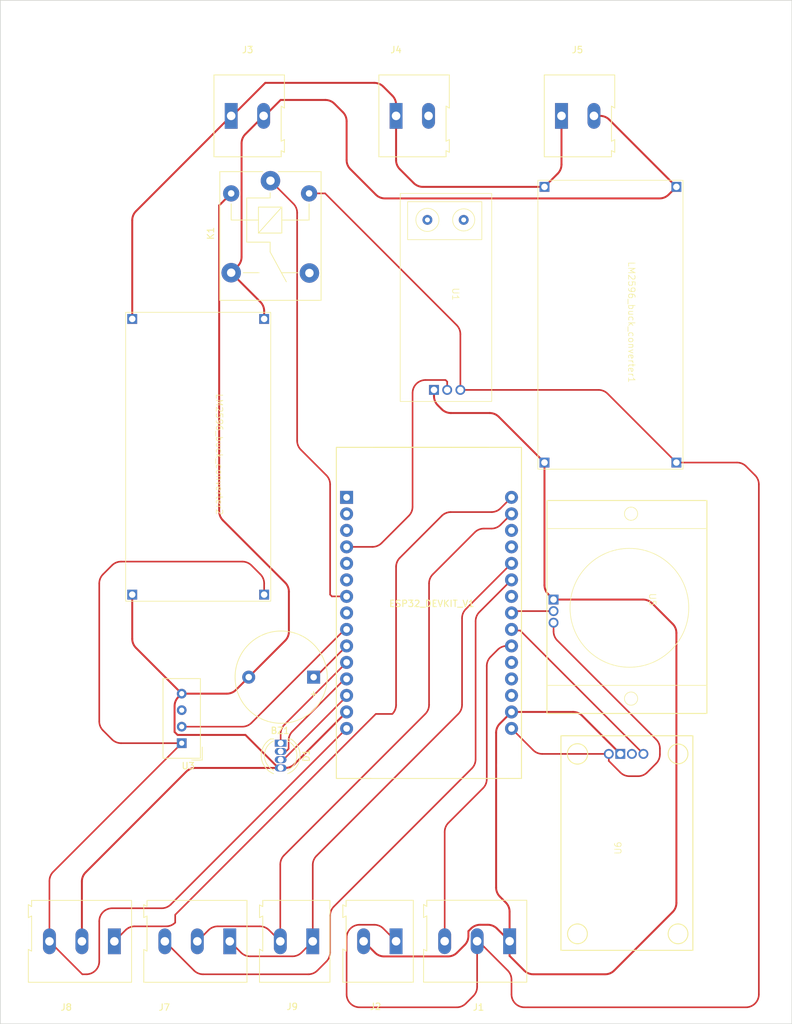
<source format=kicad_pcb>
(kicad_pcb (version 20221018) (generator pcbnew)
  (layers (0 "F.Cu" signal) (31 "B.Cu" signal) (36 "B.SilkS" user "B.Silkscreen") (37 "F.SilkS" user "F.Silkscreen") (38 "B.Mask" user) (39 "F.Mask" user) (44 "Edge.Cuts" user))
  (net 0 "")
  (net 1 "BUZZ")
  (net 2 "GND")
  (net 3 "RED")
  (net 4 "BLUE")
  (net 5 "GREEN")
  (net 9 "ACS")
  (net 11 "PIR")
  (net 12 "SDA")
  (net 13 "+3.3V")
  (net 14 "3V3")
  (net 16 "MQ2")
  (net 18 "DHT")
  (net 20 "RELAY")
  (net 21 "MISO")
  (net 24 "SCK")
  (net 25 "MOSI")
  (net 27 "+12V")
  (net 28 "-12V")
  (net 29 "+5V")
  (net 35 "Fan")
  (footprint "DC-DC_Buck_Converter:LM2596_module" (layer "F.Cu") (at 89.916 65.786 -90)
    (fp_text reference "LM2596_buck_converter2" (at 21.844 7.922 -90 unlocked) (layer "F.SilkS") (effects (font (thickness 0.1))))
    (fp_text value "3.3V")
    (pad "1" thru_hole rect (at 1.016 1.016 270) (size 1.524 1.524) (drill 1) (layers "*.Cu" "*.Mask") (net 27 "+12V"))
    (pad "2" thru_hole rect (at 1.016 21.336 270) (size 1.524 1.524) (drill 1) (layers "*.Cu" "*.Mask") (net 28 "-12V"))
    (pad "3" thru_hole rect (at 43.434 1.016 270) (size 1.524 1.524) (drill 1) (layers "*.Cu" "*.Mask") (net 13 "+3.3V"))
    (pad "4" thru_hole rect (at 43.434 21.336 270) (size 1.524 1.524) (drill 1) (layers "*.Cu" "*.Mask") (net 2 "GND"))
  )
  (footprint "TerminalBlock:TerminalBlock_Altech_AK300-2_P5.00mm" (layer "F.Cu") (at 134.7 35.56)
    (fp_text reference "J5" (at 2.46 -10.16) (layer "F.SilkS"))
    (fp_text value "Power In")
    (pad "1" thru_hole rect (at 0 0) (size 1.98 3.96) (drill 1.32) (layers "*.Cu" "*.Mask") (net 28 "-12V"))
    (pad "2" thru_hole oval (at 5 0) (size 1.98 3.96) (drill 1.32) (layers "*.Cu" "*.Mask") (net 27 "+12V"))
  )
  (footprint "TerminalBlock:TerminalBlock_Altech_AK300-3_P5.00mm" (layer "F.Cu") (at 83.605 162.57 180)
    (fp_text reference "J7" (at 10.08 -10.16) (layer "F.SilkS"))
    (fp_text value "RFID")
    (pad "1" thru_hole rect (at 0 0 180) (size 1.98 3.96) (drill 1.32) (layers "*.Cu" "*.Mask") (net 12 "SDA"))
    (pad "2" thru_hole oval (at 5 0 180) (size 1.98 3.96) (drill 1.32) (layers "*.Cu" "*.Mask") (net 24 "SCK"))
    (pad "3" thru_hole oval (at 10 0 180) (size 1.98 3.96) (drill 1.32) (layers "*.Cu" "*.Mask") (net 21 "MISO"))
  )
  (footprint "TerminalBlock:TerminalBlock_Altech_AK300-2_P5.00mm" (layer "F.Cu") (at 96.385 162.57 180)
    (fp_text reference "J9" (at 3.16 -10.05) (layer "F.SilkS"))
    (fp_text value "LCD ")
    (pad "1" thru_hole rect (at 0 0 180) (size 1.98 3.96) (drill 1.32) (layers "*.Cu" "*.Mask") (net 12 "SDA"))
    (pad "2" thru_hole oval (at 5 0 180) (size 1.98 3.96) (drill 1.32) (layers "*.Cu" "*.Mask") (net 24 "SCK"))
  )
  (footprint "esp32:MODULE_ESP32_DEVKIT_V1" (layer "F.Cu") (at 114.3 112.035)
    (fp_text reference "ESP32_DEVKIT_V1" (at 0.42 -1.425) (layer "F.SilkS"))
    (fp_text value "~")
    (pad "" np_thru_hole circle (at -12.28 -23.475) (size 3 3) (drill 3) (layers "*.Cu" "*.Mask"))
    (pad "" np_thru_hole circle (at -12.28 23.475) (size 3 3) (drill 3) (layers "*.Cu" "*.Mask"))
    (pad "" np_thru_hole circle (at 12.23 -23.475) (size 3 3) (drill 3) (layers "*.Cu" "*.Mask"))
    (pad "" np_thru_hole circle (at 12.23 23.475) (size 3 3) (drill 3) (layers "*.Cu" "*.Mask"))
    (pad "1" thru_hole rect (at -12.7 -17.78) (size 2 2) (drill 1.02) (layers "*.Cu" "*.Mask"))
    (pad "2" thru_hole circle (at -12.7 -15.24) (size 2 2) (drill 1.02) (layers "*.Cu" "*.Mask"))
    (pad "3" thru_hole circle (at -12.7 -12.7) (size 2 2) (drill 1.02) (layers "*.Cu" "*.Mask"))
    (pad "4" thru_hole circle (at -12.7 -10.16) (size 2 2) (drill 1.02) (layers "*.Cu" "*.Mask") (net 9 "ACS"))
    (pad "5" thru_hole circle (at -12.7 -7.62) (size 2 2) (drill 1.02) (layers "*.Cu" "*.Mask"))
    (pad "6" thru_hole circle (at -12.7 -5.08) (size 2 2) (drill 1.02) (layers "*.Cu" "*.Mask"))
    (pad "7" thru_hole circle (at -12.7 -2.54) (size 2 2) (drill 1.02) (layers "*.Cu" "*.Mask") (net 20 "RELAY"))
    (pad "8" thru_hole circle (at -12.7 0) (size 2 2) (drill 1.02) (layers "*.Cu" "*.Mask"))
    (pad "9" thru_hole circle (at -12.7 2.54) (size 2 2) (drill 1.02) (layers "*.Cu" "*.Mask") (net 18 "DHT"))
    (pad "10" thru_hole circle (at -12.7 5.08) (size 2 2) (drill 1.02) (layers "*.Cu" "*.Mask") (net 1 "BUZZ"))
    (pad "11" thru_hole circle (at -12.7 7.62) (size 2 2) (drill 1.02) (layers "*.Cu" "*.Mask") (net 3 "RED"))
    (pad "12" thru_hole circle (at -12.7 10.16) (size 2 2) (drill 1.02) (layers "*.Cu" "*.Mask") (net 4 "BLUE"))
    (pad "13" thru_hole circle (at -12.7 12.7) (size 2 2) (drill 1.02) (layers "*.Cu" "*.Mask") (net 5 "GREEN"))
    (pad "14" thru_hole circle (at -12.7 15.24) (size 2 2) (drill 1.02) (layers "*.Cu" "*.Mask") (net 2 "GND"))
    (pad "15" thru_hole circle (at -12.7 17.78) (size 2 2) (drill 1.02) (layers "*.Cu" "*.Mask") (net 13 "+3.3V"))
    (pad "16" thru_hole circle (at 12.7 17.78) (size 2 2) (drill 1.02) (layers "*.Cu" "*.Mask") (net 14 "3V3"))
    (pad "17" thru_hole circle (at 12.7 15.24) (size 2 2) (drill 1.02) (layers "*.Cu" "*.Mask") (net 2 "GND"))
    (pad "18" thru_hole circle (at 12.7 12.7) (size 2 2) (drill 1.02) (layers "*.Cu" "*.Mask"))
    (pad "19" thru_hole circle (at 12.7 10.16) (size 2 2) (drill 1.02) (layers "*.Cu" "*.Mask"))
    (pad "20" thru_hole circle (at 12.7 7.62) (size 2 2) (drill 1.02) (layers "*.Cu" "*.Mask"))
    (pad "21" thru_hole circle (at 12.7 5.08) (size 2 2) (drill 1.02) (layers "*.Cu" "*.Mask") (net 35 "Fan"))
    (pad "22" thru_hole circle (at 12.7 2.54) (size 2 2) (drill 1.02) (layers "*.Cu" "*.Mask") (net 16 "MQ2"))
    (pad "23" thru_hole circle (at 12.7 0) (size 2 2) (drill 1.02) (layers "*.Cu" "*.Mask") (net 11 "PIR"))
    (pad "24" thru_hole circle (at 12.7 -2.54) (size 2 2) (drill 1.02) (layers "*.Cu" "*.Mask"))
    (pad "25" thru_hole circle (at 12.7 -5.08) (size 2 2) (drill 1.02) (layers "*.Cu" "*.Mask") (net 21 "MISO"))
    (pad "26" thru_hole circle (at 12.7 -7.62) (size 2 2) (drill 1.02) (layers "*.Cu" "*.Mask") (net 12 "SDA"))
    (pad "27" thru_hole circle (at 12.7 -10.16) (size 2 2) (drill 1.02) (layers "*.Cu" "*.Mask"))
    (pad "28" thru_hole circle (at 12.7 -12.7) (size 2 2) (drill 1.02) (layers "*.Cu" "*.Mask"))
    (pad "29" thru_hole circle (at 12.7 -15.24) (size 2 2) (drill 1.02) (layers "*.Cu" "*.Mask") (net 24 "SCK"))
    (pad "30" thru_hole circle (at 12.7 -17.78) (size 2 2) (drill 1.02) (layers "*.Cu" "*.Mask") (net 25 "MOSI"))
  )
  (footprint "TerminalBlock:TerminalBlock_Altech_AK300-3_P5.00mm" (layer "F.Cu") (at 65.825 162.57 180)
    (fp_text reference "J8" (at 7.405 -10.15) (layer "F.SilkS"))
    (fp_text value "RFID")
    (pad "1" thru_hole rect (at 0 0 180) (size 1.98 3.96) (drill 1.32) (layers "*.Cu" "*.Mask") (net 25 "MOSI"))
    (pad "2" thru_hole oval (at 5 0 180) (size 1.98 3.96) (drill 1.32) (layers "*.Cu" "*.Mask") (net 2 "GND"))
    (pad "3" thru_hole oval (at 10 0 180) (size 1.98 3.96) (drill 1.32) (layers "*.Cu" "*.Mask") (net 13 "+3.3V"))
  )
  (footprint "Sensor_motion_PIR:PIR_HC-S501" (layer "F.Cu") (at 151.765 114.808 -90)
    (fp_text reference "U5" (at -4.826 3.048 -90 unlocked) (layer "F.SilkS") (effects (font (thickness 0.1))))
    (fp_text value "PIR")
    (pad "1" thru_hole rect (at -4.826 18.288 270) (size 1.524 1.524) (drill 1) (layers "*.Cu" "*.Mask") (net 2 "GND"))
    (pad "2" thru_hole circle (at -3.048 18.288 270) (size 1.524 1.524) (drill 1) (layers "*.Cu" "*.Mask") (net 11 "PIR"))
    (pad "3" thru_hole circle (at -1.27 18.288 270) (size 1.524 1.524) (drill 1) (layers "*.Cu" "*.Mask") (net 14 "3V3"))
  )
  (footprint "TerminalBlock:TerminalBlock_Altech_AK300-2_P5.00mm" (layer "F.Cu") (at 109.22 162.56 180)
    (fp_text reference "J2" (at 3.16 -10.05) (layer "F.SilkS"))
    (fp_text value "LCD")
    (pad "1" thru_hole rect (at 0 0 180) (size 1.98 3.96) (drill 1.32) (layers "*.Cu" "*.Mask") (net 29 "+5V"))
    (pad "2" thru_hole oval (at 5 0 180) (size 1.98 3.96) (drill 1.32) (layers "*.Cu" "*.Mask") (net 2 "GND"))
  )
  (footprint "TerminalBlock:TerminalBlock_Altech_AK300-3_P5.00mm" (layer "F.Cu") (at 126.705 162.55 180)
    (fp_text reference "J1" (at 4.785 -10.17) (layer "F.SilkS"))
    (fp_text value "Fan")
    (pad "1" thru_hole rect (at 0 0 180) (size 1.98 3.96) (drill 1.32) (layers "*.Cu" "*.Mask") (net 2 "GND"))
    (pad "2" thru_hole oval (at 5 0 180) (size 1.98 3.96) (drill 1.32) (layers "*.Cu" "*.Mask") (net 29 "+5V"))
    (pad "3" thru_hole oval (at 10 0 180) (size 1.98 3.96) (drill 1.32) (layers "*.Cu" "*.Mask") (net 35 "Fan"))
  )
  (footprint "Sensor_Gas:MQ2" (layer "F.Cu") (at 134.62 163.957 90)
    (fp_text reference "U6" (at 15.742 8.802 90 unlocked) (layer "F.SilkS") (effects (font (thickness 0.1))))
    (fp_text value "MQ2")
    (pad "1" thru_hole circle (at 30.226 7.366 90) (size 1.524 1.524) (drill 1) (layers "*.Cu" "*.Mask") (net 14 "3V3"))
    (pad "2" thru_hole rect (at 30.226 9.144 90) (size 1.524 1.524) (drill 1) (layers "*.Cu" "*.Mask") (net 2 "GND"))
    (pad "3" thru_hole circle (at 30.226 10.922 90) (size 1.524 1.524) (drill 1) (layers "*.Cu" "*.Mask"))
    (pad "4" thru_hole circle (at 30.226 12.7 90) (size 1.524 1.524) (drill 1) (layers "*.Cu" "*.Mask") (net 16 "MQ2"))
  )
  (footprint "Buzzer_Beeper:Buzzer_D14mm_H7mm_P10mm" (layer "F.Cu") (at 96.52 121.92 180)
    (fp_text reference "BZ1" (at 5.16 -8.23) (layer "F.SilkS"))
    (fp_text value "Buzzer")
    (fp_text user "+" (at -0.01 -2.54) (layer "F.SilkS"))
    (pad "1" thru_hole rect (at 0 0 180) (size 2 2) (drill 1) (layers "*.Cu" "*.Mask") (net 1 "BUZZ"))
    (pad "2" thru_hole circle (at 10 0 180) (size 2 2) (drill 1) (layers "*.Cu" "*.Mask") (net 2 "GND"))
  )
  (footprint "Relay_THT:Relay_SPDT_SANYOU_SRD_Series_Form_C" (layer "F.Cu") (at 89.87 45.54 -90)
    (fp_text reference "K1" (at 8.1 9.2 90) (layer "F.SilkS"))
    (fp_text value "SANYOU_SRD_Form_C")
    (pad "1" thru_hole circle (at 0 0) (size 3 3) (drill 1.3) (layers "*.Cu" "*.Mask") (net 20 "RELAY"))
    (pad "2" thru_hole circle (at 1.95 6.05) (size 2.5 2.5) (drill 1) (layers "*.Cu" "*.Mask") (net 2 "GND"))
    (pad "3" thru_hole circle (at 14.15 6.05) (size 3 3) (drill 1.3) (layers "*.Cu" "*.Mask") (net 27 "+12V"))
    (pad "4" thru_hole circle (at 14.2 -6) (size 3 3) (drill 1.3) (layers "*.Cu" "*.Mask"))
    (pad "5" thru_hole circle (at 1.95 -5.95) (size 2.5 2.5) (drill 1) (layers "*.Cu" "*.Mask") (net 29 "+5V"))
  )
  (footprint "TerminalBlock:TerminalBlock_Altech_AK300-2_P5.00mm" (layer "F.Cu") (at 109.22 35.56)
    (fp_text reference "J4" (at 0 -10.16) (layer "F.SilkS"))
    (fp_text value "ACS712 Signal")
    (pad "1" thru_hole rect (at 0 0) (size 1.98 3.96) (drill 1.32) (layers "*.Cu" "*.Mask") (net 28 "-12V"))
    (pad "2" thru_hole oval (at 5 0) (size 1.98 3.96) (drill 1.32) (layers "*.Cu" "*.Mask"))
  )
  (footprint "DC-DC_Buck_Converter:LM2596_module" (layer "F.Cu") (at 153.416 45.466 -90)
    (fp_text reference "LM2596_buck_converter1" (at 21.844 7.922 -90 unlocked) (layer "F.SilkS") (effects (font (thickness 0.1))))
    (fp_text value "5V")
    (pad "1" thru_hole rect (at 1.016 1.016 270) (size 1.524 1.524) (drill 1) (layers "*.Cu" "*.Mask") (net 27 "+12V"))
    (pad "2" thru_hole rect (at 1.016 21.336 270) (size 1.524 1.524) (drill 1) (layers "*.Cu" "*.Mask") (net 28 "-12V"))
    (pad "3" thru_hole rect (at 43.434 1.016 270) (size 1.524 1.524) (drill 1) (layers "*.Cu" "*.Mask") (net 29 "+5V"))
    (pad "4" thru_hole rect (at 43.434 21.336 270) (size 1.524 1.524) (drill 1) (layers "*.Cu" "*.Mask") (net 2 "GND"))
  )
  (footprint "TerminalBlock:TerminalBlock_Altech_AK300-2_P5.00mm" (layer "F.Cu") (at 83.82 35.56)
    (fp_text reference "J3" (at 2.54 -10.16) (layer "F.SilkS"))
    (fp_text value "EM lock")
    (pad "1" thru_hole rect (at 0 0) (size 1.98 3.96) (drill 1.32) (layers "*.Cu" "*.Mask") (net 28 "-12V"))
    (pad "2" thru_hole oval (at 5 0) (size 1.98 3.96) (drill 1.32) (layers "*.Cu" "*.Mask") (net 27 "+12V"))
  )
  (footprint "Sensor:Aosong_DHT11_5.5x12.0_P2.54mm" (layer "F.Cu") (at 76.2 132.08 180)
    (fp_text reference "U3" (at -1 -3.5) (layer "F.SilkS"))
    (fp_text value "DHT11")
    (pad "1" thru_hole rect (at 0 0 180) (size 1.5 1.5) (drill 0.8) (layers "*.Cu" "*.Mask") (net 13 "+3.3V"))
    (pad "2" thru_hole circle (at 0 2.54 180) (size 1.5 1.5) (drill 0.8) (layers "*.Cu" "*.Mask") (net 18 "DHT"))
    (pad "3" thru_hole circle (at 0 5.08 180) (size 1.5 1.5) (drill 0.8) (layers "*.Cu" "*.Mask"))
    (pad "4" thru_hole circle (at 0 7.62 180) (size 1.5 1.5) (drill 0.8) (layers "*.Cu" "*.Mask") (net 2 "GND"))
  )
  (footprint "LED_THT:LED_D5.0mm-4_RGB" (layer "F.Cu") (at 91.44 132.08 -90)
    (fp_text reference "D1" (at 1.905 -3.96 90) (layer "F.SilkS"))
    (fp_text value "LED_RGBK")
    (pad "1" thru_hole rect (at 0 0 270) (size 1.07 1.8) (drill 0.9) (layers "*.Cu" "*.Mask") (net 3 "RED"))
    (pad "2" thru_hole oval (at 1.27 0 270) (size 1.07 1.8) (drill 0.9) (layers "*.Cu" "*.Mask") (net 4 "BLUE"))
    (pad "3" thru_hole oval (at 2.54 0 270) (size 1.07 1.8) (drill 0.9) (layers "*.Cu" "*.Mask") (net 5 "GREEN"))
    (pad "4" thru_hole oval (at 3.81 0 270) (size 1.07 1.8) (drill 0.9) (layers "*.Cu" "*.Mask") (net 2 "GND"))
  )
  (footprint "Sensor_Current:ACS712_5B" (layer "F.Cu") (at 123.952 47.498 -90)
    (fp_text reference "U1" (at 15.494 5.562 -90 unlocked) (layer "F.SilkS") (effects (font (thickness 0.1))))
    (fp_text value "ACS712")
    (pad "1" thru_hole circle (at 30.226 4.826 270) (size 1.524 1.524) (drill 1) (layers "*.Cu" "*.Mask") (net 29 "+5V"))
    (pad "2" thru_hole circle (at 30.226 6.858 270) (size 1.524 1.524) (drill 1) (layers "*.Cu" "*.Mask") (net 9 "ACS"))
    (pad "3" thru_hole rect (at 30.226 8.89 270) (size 1.524 1.524) (drill 1) (layers "*.Cu" "*.Mask") (net 2 "GND"))
    (pad "4" thru_hole circle (at 4.064 4.318 270) (size 1.524 1.524) (drill 0.762) (layers "*.Cu" "*.Mask"))
    (pad "5" thru_hole circle (at 4.064 9.906 270) (size 1.524 1.524) (drill 0.762) (layers "*.Cu" "*.Mask"))
  )
  (gr_rect (start 48.26 17.78) (end 170.18 175.26) (stroke (width 0.1)) (fill none) (layer "Edge.Cuts"))
  (segment (start 96.795 121.92) (end 101.6 117.115) (width 0.25) (layer "F.Cu") (net 1))
  (segment (start 96.52 121.92) (end 96.795 121.92) (width 0.25) (layer "F.Cu") (net 1))
  (segment (start 125.215594 129.059406) (end 127 127.275) (width 0.300387) (layer "F.Cu") (net 2))
  (segment (start 143.764 133.731) (end 137.893786 127.860786) (width 0.300387) (layer "F.Cu") (net 2))
  (segment (start 86.013148 130.81) (end 91.093148 135.89) (width 0.300387) (layer "F.Cu") (net 2))
  (segment (start 69.165787 117.425787) (end 76.2 124.46) (width 0.300387) (layer "F.Cu") (net 2))
  (segment (start 133.477 109.982) (end 147.253573 109.982) (width 0.300387) (layer "F.Cu") (net 2))
  (segment (start 152.4 115.128427) (end 152.4 156.651573) (width 0.300387) (layer "F.Cu") (net 2))
  (segment (start 132.665787 109.170787) (end 133.477 109.982) (width 0.300387) (layer "F.Cu") (net 2))
  (segment (start 122.178108 160.02) (end 123.346573 160.02) (width 0.300387) (layer "F.Cu") (net 2))
  (segment (start 76.2 124.46) (end 75.685593 124.974407) (width 0.300387) (layer "F.Cu") (net 2))
  (segment (start 151.814213 158.065787) (end 142.825786 167.054214) (width 0.300387) (layer "F.Cu") (net 2))
  (segment (start 126.119213 156.599213) (end 125.215593 155.695593) (width 0.300387) (layer "F.Cu") (net 2))
  (segment (start 115.647787 80.087787) (end 116.254214 80.694214) (width 0.300387) (layer "F.Cu") (net 2))
  (segment (start 75.565 130.81) (end 86.013148 130.81) (width 0.300387) (layer "F.Cu") (net 2))
  (segment (start 86.52 121.92) (end 84.565786 123.874214) (width 0.300387) (layer "F.Cu") (net 2))
  (segment (start 92.71 108.778427) (end 92.71 114.901573) (width 0.300387) (layer "F.Cu") (net 2))
  (segment (start 83.151573 124.46) (end 76.2 124.46) (width 0.300387) (layer "F.Cu") (net 2))
  (segment (start 107.378621 164.890194) (end 117.206186 164.890194) (width 0.300387) (layer "F.Cu") (net 2))
  (segment (start 75.099806 126.388621) (end 75.099806 130.344806) (width 0.300387) (layer "F.Cu") (net 2))
  (segment (start 148.667787 110.567787) (end 151.814214 113.714214) (width 0.300387) (layer "F.Cu") (net 2))
  (segment (start 126.705 162.55) (end 126.705 158.013427) (width 0.300387) (layer "F.Cu") (net 2))
  (segment (start 141.411573 167.64) (end 130.368427 167.64) (width 0.300387) (layer "F.Cu") (net 2))
  (segment (start 104.22 162.56) (end 105.964408 164.304408) (width 0.300387) (layer "F.Cu") (net 2))
  (segment (start 120.364807 161.731573) (end 120.364807 161.004874) (width 0.300387) (layer "F.Cu") (net 2))
  (segment (start 91.093148 135.89) (end 91.44 135.89) (width 0.300387) (layer "F.Cu") (net 2))
  (segment (start 117.668427 81.28) (end 123.631573 81.28) (width 0.300387) (layer "F.Cu") (net 2))
  (segment (start 75.099806 130.344806) (end 75.565 130.81) (width 0.300387) (layer "F.Cu") (net 2))
  (segment (start 125.045787 81.865787) (end 132.08 88.9) (width 0.300387) (layer "F.Cu") (net 2))
  (segment (start 118.6204 164.304407) (end 119.779021 163.145786) (width 0.300387) (layer "F.Cu") (net 2))
  (segment (start 126.705 164.805) (end 126.705 162.55) (width 0.300387) (layer "F.Cu") (net 2))
  (segment (start 82.555593 97.795593) (end 92.124214 107.364214) (width 0.300387) (layer "F.Cu") (net 2))
  (segment (start 124.760787 160.605787) (end 126.705 162.55) (width 0.300387) (layer "F.Cu") (net 2))
  (segment (start 132.08 88.9) (end 132.08 107.756573) (width 0.300387) (layer "F.Cu") (net 2))
  (segment (start 78.298427 135.89) (end 91.44 135.89) (width 0.300387) (layer "F.Cu") (net 2))
  (segment (start 81.969806 49.340194) (end 81.969806 96.381379) (width 0.300387) (layer "F.Cu") (net 2))
  (segment (start 93.570787 135.304213) (end 101.6 127.275) (width 0.300387) (layer "F.Cu") (net 2))
  (segment (start 136.479573 127.275) (end 127 127.275) (width 0.300387) (layer "F.Cu") (net 2))
  (segment (start 128.954213 167.054213) (end 126.705 164.805) (width 0.300387) (layer "F.Cu") (net 2))
  (segment (start 83.82 47.49) (end 81.969806 49.340194) (width 0.300387) (layer "F.Cu") (net 2))
  (segment (start 115.062 77.724) (end 115.062 78.673573) (width 0.300387) (layer "F.Cu") (net 2))
  (segment (start 68.58 109.22) (end 68.58 116.011573) (width 0.300387) (layer "F.Cu") (net 2))
  (segment (start 120.364807 161.004874) (end 120.763895 160.605786) (width 0.300387) (layer "F.Cu") (net 2))
  (segment (start 60.825 162.57) (end 60.825 153.363427) (width 0.300387) (layer "F.Cu") (net 2))
  (segment (start 61.410787 151.949213) (end 76.884214 136.475786) (width 0.300387) (layer "F.Cu") (net 2))
  (segment (start 91.44 135.89) (end 90.969613 135.89) (width 0.300387) (layer "F.Cu") (net 2))
  (segment (start 124.629807 154.28138) (end 124.629807 130.47362) (width 0.300387) (layer "F.Cu") (net 2))
  (segment (start 92.124213 116.315787) (end 86.52 121.92) (width 0.300387) (layer "F.Cu") (net 2))
  (segment (start 91.44 135.89) (end 92.156573 135.89) (width 0.300387) (layer "F.Cu") (net 2))
  (arc (start 132.665787 109.170787) (mid 132.232241 108.52194) (end 132.08 107.756573) (width 0.300387) (layer "F.Cu") (net 2))
  (arc (start 75.685593 124.974407) (mid 75.252047 125.623254) (end 75.099806 126.388621) (width 0.300387) (layer "F.Cu") (net 2))
  (arc (start 84.565786 123.874214) (mid 83.91694 124.307759) (end 83.151573 124.46) (width 0.300387) (layer "F.Cu") (net 2))
  (arc (start 60.825 153.363427) (mid 60.977241 152.59806) (end 61.410787 151.949213) (width 0.300387) (layer "F.Cu") (net 2))
  (arc (start 125.215594 129.059406) (mid 124.782048 129.708253) (end 124.629807 130.47362) (width 0.300387) (layer "F.Cu") (net 2))
  (arc (start 152.4 115.128427) (mid 152.247759 114.36306) (end 151.814214 113.714214) (width 0.300387) (layer "F.Cu") (net 2))
  (arc (start 78.298427 135.89) (mid 77.53306 136.042241) (end 76.884214 136.475786) (width 0.300387) (layer "F.Cu") (net 2))
  (arc (start 123.631573 81.28) (mid 124.39694 81.432241) (end 125.045787 81.865787) (width 0.300387) (layer "F.Cu") (net 2))
  (arc (start 126.119213 156.599213) (mid 126.552759 157.24806) (end 126.705 158.013427) (width 0.300387) (layer "F.Cu") (net 2))
  (arc (start 107.378621 164.890194) (mid 106.613254 164.737953) (end 105.964408 164.304408) (width 0.300387) (layer "F.Cu") (net 2))
  (arc (start 82.555593 97.795593) (mid 82.122047 97.146746) (end 81.969806 96.381379) (width 0.300387) (layer "F.Cu") (net 2))
  (arc (start 115.647787 80.087787) (mid 115.214241 79.43894) (end 115.062 78.673573) (width 0.300387) (layer "F.Cu") (net 2))
  (arc (start 69.165787 117.425787) (mid 68.732241 116.77694) (end 68.58 116.011573) (width 0.300387) (layer "F.Cu") (net 2))
  (arc (start 92.71 108.778427) (mid 92.557759 108.01306) (end 92.124214 107.364214) (width 0.300387) (layer "F.Cu") (net 2))
  (arc (start 130.368427 167.64) (mid 129.60306 167.487759) (end 128.954213 167.054213) (width 0.300387) (layer "F.Cu") (net 2))
  (arc (start 125.215593 155.695593) (mid 124.782048 155.046747) (end 124.629807 154.28138) (width 0.300387) (layer "F.Cu") (net 2))
  (arc (start 137.893786 127.860786) (mid 137.24494 127.427241) (end 136.479573 127.275) (width 0.300387) (layer "F.Cu") (net 2))
  (arc (start 117.206186 164.890194) (mid 117.971553 164.737953) (end 118.6204 164.304407) (width 0.300387) (layer "F.Cu") (net 2))
  (arc (start 123.346573 160.02) (mid 124.11194 160.172241) (end 124.760787 160.605787) (width 0.300387) (layer "F.Cu") (net 2))
  (arc (start 142.825786 167.054214) (mid 142.17694 167.487759) (end 141.411573 167.64) (width 0.300387) (layer "F.Cu") (net 2))
  (arc (start 120.364807 161.731573) (mid 120.212566 162.49694) (end 119.779021 163.145786) (width 0.300387) (layer "F.Cu") (net 2))
  (arc (start 122.178108 160.02) (mid 121.412741 160.172241) (end 120.763895 160.605786) (width 0.300387) (layer "F.Cu") (net 2))
  (arc (start 147.253573 109.982) (mid 148.01894 110.134241) (end 148.667787 110.567787) (width 0.300387) (layer "F.Cu") (net 2))
  (arc (start 116.254214 80.694214) (mid 116.90306 81.127759) (end 117.668427 81.28) (width 0.300387) (layer "F.Cu") (net 2))
  (arc (start 152.4 156.651573) (mid 152.247759 157.41694) (end 151.814213 158.065787) (width 0.300387) (layer "F.Cu") (net 2))
  (arc (start 92.71 114.901573) (mid 92.557759 115.66694) (end 92.124213 116.315787) (width 0.300387) (layer "F.Cu") (net 2))
  (arc (start 93.570787 135.304213) (mid 92.92194 135.737759) (end 92.156573 135.89) (width 0.300387) (layer "F.Cu") (net 2))
  (segment (start 92.025787 129.229213) (end 101.6 119.655) (width 0.25) (layer "F.Cu") (net 3))
  (segment (start 91.44 132.08) (end 91.44 130.643427) (width 0.25) (layer "F.Cu") (net 3))
  (arc (start 92.025787 129.229213) (mid 91.592241 129.87806) (end 91.44 130.643427) (width 0.25) (layer "F.Cu") (net 3))
  (segment (start 92.665 132.94) (end 92.665 131.683427) (width 0.25) (layer "F.Cu") (net 4))
  (segment (start 92.255 133.35) (end 92.665 132.94) (width 0.25) (layer "F.Cu") (net 4))
  (segment (start 93.250787 130.269213) (end 101.325 122.195) (width 0.25) (layer "F.Cu") (net 4))
  (segment (start 91.44 133.35) (end 92.255 133.35) (width 0.25) (layer "F.Cu") (net 4))
  (segment (start 101.325 122.195) (end 101.6 122.195) (width 0.25) (layer "F.Cu") (net 4))
  (arc (start 92.665 131.683427) (mid 92.817241 130.91806) (end 93.250787 130.269213) (width 0.25) (layer "F.Cu") (net 4))
  (segment (start 91.86 134.62) (end 101.6 124.88) (width 0.25) (layer "F.Cu") (net 5))
  (segment (start 101.6 124.88) (end 101.6 124.735) (width 0.25) (layer "F.Cu") (net 5))
  (segment (start 91.44 134.62) (end 91.86 134.62) (width 0.25) (layer "F.Cu") (net 5))
  (segment (start 111.76 78.2) (end 111.76 95.691573) (width 0.25) (layer "F.Cu") (net 9))
  (segment (start 117.094 77.724) (end 117.094 76.454) (width 0.25) (layer "F.Cu") (net 9))
  (segment (start 105.576573 101.875) (end 101.6 101.875) (width 0.25) (layer "F.Cu") (net 9))
  (segment (start 116.84 76.2) (end 113.76 76.2) (width 0.25) (layer "F.Cu") (net 9))
  (segment (start 111.174213 97.105787) (end 106.990786 101.289214) (width 0.25) (layer "F.Cu") (net 9))
  (segment (start 117.094 76.454) (end 116.84 76.2) (width 0.25) (layer "F.Cu") (net 9))
  (arc (start 111.76 95.691573) (mid 111.607759 96.45694) (end 111.174213 97.105787) (width 0.25) (layer "F.Cu") (net 9))
  (arc (start 105.576573 101.875) (mid 106.34194 101.722759) (end 106.990786 101.289214) (width 0.25) (layer "F.Cu") (net 9))
  (arc (start 111.76 78.2) (mid 112.345786 76.785786) (end 113.76 76.2) (width 0.25) (layer "F.Cu") (net 9))
  (segment (start 133.477 111.76) (end 127.275 111.76) (width 0.25) (layer "F.Cu") (net 11))
  (segment (start 127.275 111.76) (end 127 112.035) (width 0.25) (layer "F.Cu") (net 11))
  (segment (start 86.738427 164.875) (end 93.251573 164.875) (width 0.25) (layer "F.Cu") (net 12))
  (segment (start 96.970787 149.409213) (end 118.794214 127.585786) (width 0.25) (layer "F.Cu") (net 12))
  (segment (start 119.965787 111.449213) (end 127 104.415) (width 0.25) (layer "F.Cu") (net 12))
  (segment (start 94.665787 164.289213) (end 96.385 162.57) (width 0.25) (layer "F.Cu") (net 12))
  (segment (start 83.605 162.57) (end 85.324214 164.289214) (width 0.25) (layer "F.Cu") (net 12))
  (segment (start 96.385 162.57) (end 96.385 150.823427) (width 0.25) (layer "F.Cu") (net 12))
  (segment (start 119.38 126.171573) (end 119.38 112.863427) (width 0.25) (layer "F.Cu") (net 12))
  (arc (start 93.251573 164.875) (mid 94.01694 164.722759) (end 94.665787 164.289213) (width 0.25) (layer "F.Cu") (net 12))
  (arc (start 119.965787 111.449213) (mid 119.532241 112.09806) (end 119.38 112.863427) (width 0.25) (layer "F.Cu") (net 12))
  (arc (start 86.738427 164.875) (mid 85.97306 164.722759) (end 85.324214 164.289214) (width 0.25) (layer "F.Cu") (net 12))
  (arc (start 118.794214 127.585786) (mid 119.227759 126.93694) (end 119.38 126.171573) (width 0.25) (layer "F.Cu") (net 12))
  (arc (start 96.970787 149.409213) (mid 96.537241 150.05806) (end 96.385 150.823427) (width 0.25) (layer "F.Cu") (net 12))
  (segment (start 66.868427 132.08) (end 76.2 132.08) (width 0.25) (layer "F.Cu") (net 13))
  (segment (start 55.825 162.57) (end 55.825 153.283427) (width 0.25) (layer "F.Cu") (net 13))
  (segment (start 88.9 109.22) (end 88.9 107.508427) (width 0.25) (layer "F.Cu") (net 13))
  (segment (start 56.410787 151.869213) (end 76.2 132.08) (width 0.25) (layer "F.Cu") (net 13))
  (segment (start 61.5 167.64) (end 60.895 167.64) (width 0.25) (layer "F.Cu") (net 13))
  (segment (start 63.5 159.48) (end 63.5 165.64) (width 0.25) (layer "F.Cu") (net 13))
  (segment (start 64.085787 130.125787) (end 65.454214 131.494214) (width 0.25) (layer "F.Cu") (net 13))
  (segment (start 65.5 157.48) (end 73.106573 157.48) (width 0.25) (layer "F.Cu") (net 13))
  (segment (start 88.314213 106.094213) (end 86.945786 104.725786) (width 0.25) (layer "F.Cu") (net 13))
  (segment (start 85.531573 104.14) (end 66.868427 104.14) (width 0.25) (layer "F.Cu") (net 13))
  (segment (start 63.5 107.508427) (end 63.5 128.711573) (width 0.25) (layer "F.Cu") (net 13))
  (segment (start 65.454213 104.725787) (end 64.085786 106.094214) (width 0.25) (layer "F.Cu") (net 13))
  (segment (start 60.895 167.64) (end 55.825 162.57) (width 0.25) (layer "F.Cu") (net 13))
  (segment (start 74.520787 156.894213) (end 101.6 129.815) (width 0.25) (layer "F.Cu") (net 13))
  (arc (start 88.9 107.508427) (mid 88.747759 106.74306) (end 88.314213 106.094213) (width 0.25) (layer "F.Cu") (net 13))
  (arc (start 73.106573 157.48) (mid 73.87194 157.327759) (end 74.520787 156.894213) (width 0.25) (layer "F.Cu") (net 13))
  (arc (start 64.085787 130.125787) (mid 63.652241 129.47694) (end 63.5 128.711573) (width 0.25) (layer "F.Cu") (net 13))
  (arc (start 66.868427 132.08) (mid 66.10306 131.927759) (end 65.454214 131.494214) (width 0.25) (layer "F.Cu") (net 13))
  (arc (start 66.868427 104.14) (mid 66.10306 104.292241) (end 65.454213 104.725787) (width 0.25) (layer "F.Cu") (net 13))
  (arc (start 63.5 107.508427) (mid 63.652241 106.74306) (end 64.085786 106.094214) (width 0.25) (layer "F.Cu") (net 13))
  (arc (start 55.825 153.283427) (mid 55.977241 152.51806) (end 56.410787 151.869213) (width 0.25) (layer "F.Cu") (net 13))
  (arc (start 86.945786 104.725786) (mid 86.29694 104.292241) (end 85.531573 104.14) (width 0.25) (layer "F.Cu") (net 13))
  (arc (start 61.5 167.64) (mid 62.914214 167.054214) (end 63.5 165.64) (width 0.25) (layer "F.Cu") (net 13))
  (arc (start 63.5 159.48) (mid 64.085786 158.065786) (end 65.5 157.48) (width 0.25) (layer "F.Cu") (net 13))
  (segment (start 143.751583 136.574213) (end 141.986 134.80863) (width 0.25) (layer "F.Cu") (net 14))
  (segment (start 141.986 134.80863) (end 141.986 133.731) (width 0.25) (layer "F.Cu") (net 14))
  (segment (start 149.86 132.908427) (end 149.86 133.791573) (width 0.25) (layer "F.Cu") (net 14))
  (segment (start 149.274213 135.205787) (end 147.905786 136.574214) (width 0.25) (layer "F.Cu") (net 14))
  (segment (start 141.986 133.731) (end 131.744427 133.731) (width 0.25) (layer "F.Cu") (net 14))
  (segment (start 134.062787 116.282787) (end 149.274214 131.494214) (width 0.25) (layer "F.Cu") (net 14))
  (segment (start 146.491573 137.16) (end 145.165797 137.16) (width 0.25) (layer "F.Cu") (net 14))
  (segment (start 133.477 113.538) (end 133.477 114.868573) (width 0.25) (layer "F.Cu") (net 14))
  (segment (start 130.330213 133.145213) (end 127.198513 130.013513) (width 0.25) (layer "F.Cu") (net 14))
  (arc (start 149.86 132.908427) (mid 149.707759 132.14306) (end 149.274214 131.494214) (width 0.25) (layer "F.Cu") (net 14))
  (arc (start 149.86 133.791573) (mid 149.707759 134.55694) (end 149.274213 135.205787) (width 0.25) (layer "F.Cu") (net 14))
  (arc (start 131.744427 133.731) (mid 130.97906 133.578759) (end 130.330213 133.145213) (width 0.25) (layer "F.Cu") (net 14))
  (arc (start 147.905786 136.574214) (mid 147.25694 137.007759) (end 146.491573 137.16) (width 0.25) (layer "F.Cu") (net 14))
  (arc (start 143.751583 136.574213) (mid 144.40043 137.007759) (end 145.165797 137.16) (width 0.25) (layer "F.Cu") (net 14))
  (arc (start 134.062787 116.282787) (mid 133.629241 115.63394) (end 133.477 114.868573) (width 0.25) (layer "F.Cu") (net 14))
  (segment (start 128.339 114.75) (end 127 114.75) (width 0.25) (layer "F.Cu") (net 16))
  (segment (start 147.32 133.731) (end 128.339 114.75) (width 0.25) (layer "F.Cu") (net 16))
  (segment (start 86.945787 128.954213) (end 101.325 114.575) (width 0.25) (layer "F.Cu") (net 18))
  (segment (start 101.325 114.575) (end 101.6 114.575) (width 0.25) (layer "F.Cu") (net 18))
  (segment (start 76.2 129.54) (end 85.531573 129.54) (width 0.25) (layer "F.Cu") (net 18))
  (arc (start 86.945787 128.954213) (mid 86.29694 129.387759) (end 85.531573 129.54) (width 0.25) (layer "F.Cu") (net 18))
  (segment (start 99.06 109.22) (end 99.335 109.495) (width 0.25) (layer "F.Cu") (net 20))
  (segment (start 89.87 45.54) (end 93.394214 49.064214) (width 0.25) (layer "F.Cu") (net 20))
  (segment (start 99.06 92.268427) (end 99.06 109.22) (width 0.25) (layer "F.Cu") (net 20))
  (segment (start 94.565787 86.945787) (end 98.474214 90.854214) (width 0.25) (layer "F.Cu") (net 20))
  (segment (start 93.98 50.478427) (end 93.98 85.531573) (width 0.25) (layer "F.Cu") (net 20))
  (segment (start 99.335 109.495) (end 101.6 109.495) (width 0.25) (layer "F.Cu") (net 20))
  (arc (start 94.565787 86.945787) (mid 94.132241 86.29694) (end 93.98 85.531573) (width 0.25) (layer "F.Cu") (net 20))
  (arc (start 93.394214 49.064214) (mid 93.827759 49.71306) (end 93.98 50.478427) (width 0.25) (layer "F.Cu") (net 20))
  (arc (start 99.06 92.268427) (mid 98.907759 91.50306) (end 98.474214 90.854214) (width 0.25) (layer "F.Cu") (net 20))
  (segment (start 78.089213 167.054213) (end 73.605 162.57) (width 0.25) (layer "F.Cu") (net 21))
  (segment (start 95.691573 167.64) (end 79.503427 167.64) (width 0.25) (layer "F.Cu") (net 21))
  (segment (start 99.06 158.623427) (end 99.06 164.271573) (width 0.25) (layer "F.Cu") (net 21))
  (segment (start 127 106.955) (end 122.055786 111.899214) (width 0.25) (layer "F.Cu") (net 21))
  (segment (start 120.884213 135.970787) (end 99.645786 157.209214) (width 0.25) (layer "F.Cu") (net 21))
  (segment (start 98.474213 165.685787) (end 97.105786 167.054214) (width 0.25) (layer "F.Cu") (net 21))
  (segment (start 121.47 113.313427) (end 121.47 134.556573) (width 0.25) (layer "F.Cu") (net 21))
  (arc (start 99.06 164.271573) (mid 98.907759 165.03694) (end 98.474213 165.685787) (width 0.25) (layer "F.Cu") (net 21))
  (arc (start 95.691573 167.64) (mid 96.45694 167.487759) (end 97.105786 167.054214) (width 0.25) (layer "F.Cu") (net 21))
  (arc (start 99.06 158.623427) (mid 99.212241 157.85806) (end 99.645786 157.209214) (width 0.25) (layer "F.Cu") (net 21))
  (arc (start 122.055786 111.899214) (mid 121.622241 112.54806) (end 121.47 113.313427) (width 0.25) (layer "F.Cu") (net 21))
  (arc (start 120.884213 135.970787) (mid 121.317759 135.32194) (end 121.47 134.556573) (width 0.25) (layer "F.Cu") (net 21))
  (arc (start 78.089213 167.054213) (mid 78.73806 167.487759) (end 79.503427 167.64) (width 0.25) (layer "F.Cu") (net 21))
  (segment (start 125.320787 98.474213) (end 127 96.795) (width 0.25) (layer "F.Cu") (net 24))
  (segment (start 91.385 162.57) (end 91.385 150.743427) (width 0.25) (layer "F.Cu") (net 24))
  (segment (start 114.3 126.171573) (end 114.3 107.508427) (width 0.25) (layer "F.Cu") (net 24))
  (segment (start 122.748427 99.06) (end 123.906573 99.06) (width 0.25) (layer "F.Cu") (net 24))
  (segment (start 114.885787 106.094213) (end 121.334214 99.645786) (width 0.25) (layer "F.Cu") (net 24))
  (segment (start 78.605 162.57) (end 80.324214 160.850786) (width 0.25) (layer "F.Cu") (net 24))
  (segment (start 89.665787 160.850787) (end 91.385 162.57) (width 0.25) (layer "F.Cu") (net 24))
  (segment (start 81.738427 160.265) (end 88.251573 160.265) (width 0.25) (layer "F.Cu") (net 24))
  (segment (start 91.970787 149.329213) (end 113.714214 127.585786) (width 0.25) (layer "F.Cu") (net 24))
  (arc (start 122.748427 99.06) (mid 121.98306 99.212241) (end 121.334214 99.645786) (width 0.25) (layer "F.Cu") (net 24))
  (arc (start 114.3 107.508427) (mid 114.452241 106.74306) (end 114.885787 106.094213) (width 0.25) (layer "F.Cu") (net 24))
  (arc (start 125.320787 98.474213) (mid 124.67194 98.907759) (end 123.906573 99.06) (width 0.25) (layer "F.Cu") (net 24))
  (arc (start 89.665787 160.850787) (mid 89.01694 160.417241) (end 88.251573 160.265) (width 0.25) (layer "F.Cu") (net 24))
  (arc (start 114.3 126.171573) (mid 114.147759 126.93694) (end 113.714214 127.585786) (width 0.25) (layer "F.Cu") (net 24))
  (arc (start 91.385 150.743427) (mid 91.537241 149.97806) (end 91.970787 149.329213) (width 0.25) (layer "F.Cu") (net 24))
  (arc (start 80.324214 160.850786) (mid 80.97306 160.417241) (end 81.738427 160.265) (width 0.25) (layer "F.Cu") (net 24))
  (segment (start 116.348169 97.014534) (end 116.555967 96.855088) (width 0.25) (layer "F.Cu") (net 25))
  (segment (start 124.550221 96.41612) (end 124.792209 96.315888) (width 0.25) (layer "F.Cu") (net 25))
  (segment (start 75.199137 158.480863) (end 106.094214 127.585786) (width 0.25) (layer "F.Cu") (net 25))
  (segment (start 109.183888 126.562216) (end 109.218073 126.302534) (width 0.25) (layer "F.Cu") (net 25))
  (segment (start 123.906573 96.52) (end 124.037536 96.518092) (width 0.25) (layer "F.Cu") (net 25))
  (segment (start 74.175547 160.228803) (end 74.428531 160.161013) (width 0.25) (layer "F.Cu") (net 25))
  (segment (start 106.094214 127.585786) (end 108.634214 127.585786) (width 0.25) (layer "F.Cu") (net 25))
  (segment (start 117.024786 96.623899) (end 117.277784 96.556112) (width 0.25) (layer "F.Cu") (net 25))
  (segment (start 68.958427 160.265) (end 73.784923 160.265) (width 0.25) (layer "F.Cu") (net 25))
  (segment (start 116.7828 96.72413) (end 117.024786 96.623899) (width 0.25) (layer "F.Cu") (net 25))
  (segment (start 124.037536 96.518092) (end 124.29722 96.483908) (width 0.25) (layer "F.Cu") (net 25))
  (segment (start 67.638169 160.759534) (end 67.845967 160.600088) (width 0.25) (layer "F.Cu") (net 25))
  (segment (start 109.221908 104.837464) (end 109.256092 104.57778) (width 0.25) (layer "F.Cu") (net 25))
  (segment (start 117.668427 96.52) (end 123.906573 96.52) (width 0.25) (layer "F.Cu") (net 25))
  (segment (start 109.805787 103.554213) (end 116.254214 97.105786) (width 0.25) (layer "F.Cu") (net 25))
  (segment (start 124.29722 96.483908) (end 124.550221 96.41612) (width 0.25) (layer "F.Cu") (net 25))
  (segment (start 75.105108 159.770382) (end 75.199137 159.679213) (width 0.25) (layer "F.Cu") (net 25))
  (segment (start 109.116101 126.815214) (end 109.183888 126.562216) (width 0.25) (layer "F.Cu") (net 25))
  (segment (start 109.22 104.968427) (end 109.221908 104.837464) (width 0.25) (layer "F.Cu") (net 25))
  (segment (start 75.199137 159.679213) (end 75.199137 158.480863) (width 0.25) (layer "F.Cu") (net 25))
  (segment (start 117.537466 96.521927) (end 117.668427 96.52) (width 0.25) (layer "F.Cu") (net 25))
  (segment (start 109.424112 104.082791) (end 109.555072 103.855955) (width 0.25) (layer "F.Cu") (net 25))
  (segment (start 73.915878 160.262991) (end 74.175547 160.228803) (width 0.25) (layer "F.Cu") (net 25))
  (segment (start 109.22 126.171573) (end 109.22 104.968427) (width 0.25) (layer "F.Cu") (net 25))
  (segment (start 68.567784 160.301112) (end 68.827466 160.266927) (width 0.25) (layer "F.Cu") (net 25))
  (segment (start 125.019045 96.184928) (end 125.226845 96.02548) (width 0.25) (layer "F.Cu") (net 25))
  (segment (start 125.226845 96.02548) (end 125.320787 95.934213) (width 0.25) (layer "F.Cu") (net 25))
  (segment (start 73.784923 160.265) (end 73.915878 160.262991) (width 0.25) (layer "F.Cu") (net 25))
  (segment (start 68.827466 160.266927) (end 68.958427 160.265) (width 0.25) (layer "F.Cu") (net 25))
  (segment (start 108.884912 127.284033) (end 109.01587 127.0572) (width 0.25) (layer "F.Cu") (net 25))
  (segment (start 109.01587 127.0572) (end 109.116101 126.815214) (width 0.25) (layer "F.Cu") (net 25))
  (segment (start 68.314786 160.368899) (end 68.567784 160.301112) (width 0.25) (layer "F.Cu") (net 25))
  (segment (start 109.32388 104.324779) (end 109.424112 104.082791) (width 0.25) (layer "F.Cu") (net 25))
  (segment (start 109.256092 104.57778) (end 109.32388 104.324779) (width 0.25) (layer "F.Cu") (net 25))
  (segment (start 74.670503 160.060782) (end 74.897323 159.929825) (width 0.25) (layer "F.Cu") (net 25))
  (segment (start 116.555967 96.855088) (end 116.7828 96.72413) (width 0.25) (layer "F.Cu") (net 25))
  (segment (start 125.320787 95.934213) (end 127 94.255) (width 0.25) (layer "F.Cu") (net 25))
  (segment (start 108.725466 127.491831) (end 108.884912 127.284033) (width 0.25) (layer "F.Cu") (net 25))
  (segment (start 109.555072 103.855955) (end 109.71452 103.648155) (width 0.25) (layer "F.Cu") (net 25))
  (segment (start 109.71452 103.648155) (end 109.805787 103.554213) (width 0.25) (layer "F.Cu") (net 25))
  (segment (start 117.277784 96.556112) (end 117.537466 96.521927) (width 0.25) (layer "F.Cu") (net 25))
  (segment (start 108.634214 127.585786) (end 108.725466 127.491831) (width 0.25) (layer "F.Cu") (net 25))
  (segment (start 67.544214 160.850786) (end 67.638169 160.759534) (width 0.25) (layer "F.Cu") (net 25))
  (segment (start 109.218073 126.302534) (end 109.22 126.171573) (width 0.25) (layer "F.Cu") (net 25))
  (segment (start 116.254214 97.105786) (end 116.348169 97.014534) (width 0.25) (layer "F.Cu") (net 25))
  (segment (start 74.897323 159.929825) (end 75.105108 159.770382) (width 0.25) (layer "F.Cu") (net 25))
  (segment (start 68.0728 160.46913) (end 68.314786 160.368899) (width 0.25) (layer "F.Cu") (net 25))
  (segment (start 74.428531 160.161013) (end 74.670503 160.060782) (width 0.25) (layer "F.Cu") (net 25))
  (segment (start 65.825 162.57) (end 67.544214 160.850786) (width 0.25) (layer "F.Cu") (net 25))
  (segment (start 124.792209 96.315888) (end 125.019045 96.184928) (width 0.25) (layer "F.Cu") (net 25))
  (segment (start 67.845967 160.600088) (end 68.0728 160.46913) (width 0.25) (layer "F.Cu") (net 25))
  (segment (start 88.82 35.56) (end 88.99 35.56) (width 0.300387) (layer "F.Cu") (net 27))
  (segment (start 107.508427 48.26) (end 149.793573 48.26) (width 0.300387) (layer "F.Cu") (net 27))
  (segment (start 88.99 35.56) (end 91.44 33.11) (width 0.300387) (layer "F.Cu") (net 27))
  (segment (start 83.82 59.69) (end 84.834408 58.675592) (width 0.300387) (layer "F.Cu") (net 27))
  (segment (start 85.420194 57.261379) (end 85.420194 39.788233) (width 0.300387) (layer "F.Cu") (net 27))
  (segment (start 99.735787 33.695787) (end 101.014214 34.974214) (width 0.300387) (layer "F.Cu") (net 27))
  (segment (start 86.005981 38.374019) (end 88.82 35.56) (width 0.300387) (layer "F.Cu") (net 27))
  (segment (start 91.44 33.11) (end 98.321573 33.11) (width 0.300387) (layer "F.Cu") (net 27))
  (segment (start 101.6 36.388427) (end 101.6 42.351573) (width 0.300387) (layer "F.Cu") (net 27))
  (segment (start 139.7 35.56) (end 140.649573 35.56) (width 0.300387) (layer "F.Cu") (net 27))
  (segment (start 88.9 65.598427) (end 88.9 66.802) (width 0.300387) (layer "F.Cu") (net 27))
  (segment (start 142.063787 36.145787) (end 152.4 46.482) (width 0.300387) (layer "F.Cu") (net 27))
  (segment (start 151.207787 47.674213) (end 152.4 46.482) (width 0.300387) (layer "F.Cu") (net 27))
  (segment (start 102.185787 43.765787) (end 106.094214 47.674214) (width 0.300387) (layer "F.Cu") (net 27))
  (segment (start 88.98 35.57) (end 88.019806 36.530194) (width 0.300387) (layer "F.Cu") (net 27))
  (segment (start 83.82 59.69) (end 88.314214 64.184214) (width 0.300387) (layer "F.Cu") (net 27))
  (arc (start 84.834408 58.675592) (mid 85.267953 58.026746) (end 85.420194 57.261379) (width 0.300387) (layer "F.Cu") (net 27))
  (arc (start 101.014214 34.974214) (mid 101.447759 35.62306) (end 101.6 36.388427) (width 0.300387) (layer "F.Cu") (net 27))
  (arc (start 149.793573 48.26) (mid 150.55894 48.107759) (end 151.207787 47.674213) (width 0.300387) (layer "F.Cu") (net 27))
  (arc (start 107.508427 48.26) (mid 106.74306 48.107759) (end 106.094214 47.674214) (width 0.300387) (layer "F.Cu") (net 27))
  (arc (start 85.420194 39.788233) (mid 85.572435 39.022866) (end 86.005981 38.374019) (width 0.300387) (layer "F.Cu") (net 27))
  (arc (start 88.9 65.598427) (mid 88.747759 64.83306) (end 88.314214 64.184214) (width 0.300387) (layer "F.Cu") (net 27))
  (arc (start 140.649573 35.56) (mid 141.41494 35.712241) (end 142.063787 36.145787) (width 0.300387) (layer "F.Cu") (net 27))
  (arc (start 101.6 42.351573) (mid 101.752241 43.11694) (end 102.185787 43.765787) (width 0.300387) (layer "F.Cu") (net 27))
  (arc (start 99.735787 33.695787) (mid 99.08694 33.262241) (end 98.321573 33.11) (width 0.300387) (layer "F.Cu") (net 27))
  (segment (start 83.98 35.57) (end 83.98 36.56) (width 0.300387) (layer "F.Cu") (net 28))
  (segment (start 107.265787 31.065787) (end 108.634214 32.434214) (width 0.300387) (layer "F.Cu") (net 28))
  (segment (start 134.114213 44.447787) (end 132.08 46.482) (width 0.300387) (layer "F.Cu") (net 28))
  (segment (start 109.22 33.848427) (end 109.22 35.56) (width 0.300387) (layer "F.Cu") (net 28))
  (segment (start 89.07 30.48) (end 105.851573 30.48) (width 0.300387) (layer "F.Cu") (net 28))
  (segment (start 113.350427 46.482) (end 132.08 46.482) (width 0.300387) (layer "F.Cu") (net 28))
  (segment (start 109.22 35.56) (end 109.22 42.351573) (width 0.300387) (layer "F.Cu") (net 28))
  (segment (start 68.58 51.628427) (end 68.58 66.802) (width 0.300387) (layer "F.Cu") (net 28))
  (segment (start 134.7 35.56) (end 134.7 43.033573) (width 0.300387) (layer "F.Cu") (net 28))
  (segment (start 109.805787 43.765787) (end 111.936214 45.896214) (width 0.300387) (layer "F.Cu") (net 28))
  (segment (start 83.82 35.56) (end 69.165786 50.214214) (width 0.300387) (layer "F.Cu") (net 28))
  (segment (start 83.98 35.57) (end 89.07 30.48) (width 0.300387) (layer "F.Cu") (net 28))
  (arc (start 68.58 51.628427) (mid 68.732241 50.86306) (end 69.165786 50.214214) (width 0.300387) (layer "F.Cu") (net 28))
  (arc (start 113.350427 46.482) (mid 112.58506 46.329759) (end 111.936214 45.896214) (width 0.300387) (layer "F.Cu") (net 28))
  (arc (start 108.634214 32.434214) (mid 109.067759 33.08306) (end 109.22 33.848427) (width 0.300387) (layer "F.Cu") (net 28))
  (arc (start 134.114213 44.447787) (mid 134.547759 43.79894) (end 134.7 43.033573) (width 0.300387) (layer "F.Cu") (net 28))
  (arc (start 107.265787 31.065787) (mid 106.61694 30.632241) (end 105.851573 30.48) (width 0.300387) (layer "F.Cu") (net 28))
  (arc (start 109.22 42.351573) (mid 109.372241 43.11694) (end 109.805787 43.765787) (width 0.300387) (layer "F.Cu") (net 28))
  (segment (start 119.126 69.154427) (end 119.126 77.724) (width 0.25) (layer "F.Cu") (net 29))
  (segment (start 152.4 88.9) (end 161.731573 88.9) (width 0.25) (layer "F.Cu") (net 29))
  (segment (start 127 168.468427) (end 127 170.72) (width 0.25) (layer "F.Cu") (net 29))
  (segment (start 101.6 162.02) (end 101.6 170.72) (width 0.25) (layer "F.Cu") (net 29))
  (segment (start 105.851573 160.02) (end 103.6 160.02) (width 0.25) (layer "F.Cu") (net 29))
  (segment (start 121.91 162.55) (end 126.414214 167.054214) (width 0.25) (layer "F.Cu") (net 29))
  (segment (start 95.82 47.49) (end 98.29 47.49) (width 0.25) (layer "F.Cu") (net 29))
  (segment (start 163.145787 89.485787) (end 164.514214 90.854214) (width 0.25) (layer "F.Cu") (net 29))
  (segment (start 121.705 162.55) (end 121.91 162.55) (width 0.25) (layer "F.Cu") (net 29))
  (segment (start 103.6 172.72) (end 118.551573 172.72) (width 0.25) (layer "F.Cu") (net 29))
  (segment (start 163.1 172.72) (end 129.54 172.72) (width 0.25) (layer "F.Cu") (net 29))
  (segment (start 119.126 77.724) (end 140.395573 77.724) (width 0.25) (layer "F.Cu") (net 29))
  (segment (start 119.965787 172.134213) (end 121.119214 170.980786) (width 0.25) (layer "F.Cu") (net 29))
  (segment (start 165.1 92.268427) (end 165.1 170.72) (width 0.25) (layer "F.Cu") (net 29))
  (segment (start 109.22 162.56) (end 107.265786 160.605786) (width 0.25) (layer "F.Cu") (net 29))
  (segment (start 98.29 47.49) (end 118.540214 67.740214) (width 0.25) (layer "F.Cu") (net 29))
  (segment (start 121.705 169.566573) (end 121.705 162.55) (width 0.25) (layer "F.Cu") (net 29))
  (segment (start 129 172.72) (end 129.54 172.72) (width 0.25) (layer "F.Cu") (net 29))
  (segment (start 141.809787 78.309787) (end 152.4 88.9) (width 0.25) (layer "F.Cu") (net 29))
  (arc (start 140.395573 77.724) (mid 141.16094 77.876241) (end 141.809787 78.309787) (width 0.25) (layer "F.Cu") (net 29))
  (arc (start 164.514214 90.854214) (mid 164.947759 91.50306) (end 165.1 92.268427) (width 0.25) (layer "F.Cu") (net 29))
  (arc (start 127 168.468427) (mid 126.847759 167.70306) (end 126.414214 167.054214) (width 0.25) (layer "F.Cu") (net 29))
  (arc (start 118.551573 172.72) (mid 119.31694 172.567759) (end 119.965787 172.134213) (width 0.25) (layer "F.Cu") (net 29))
  (arc (start 119.126 69.154427) (mid 118.973759 68.38906) (end 118.540214 67.740214) (width 0.25) (layer "F.Cu") (net 29))
  (arc (start 121.119214 170.980786) (mid 121.552759 170.33194) (end 121.705 169.566573) (width 0.25) (layer "F.Cu") (net 29))
  (arc (start 101.6 170.72) (mid 102.185786 172.134214) (end 103.6 172.72) (width 0.25) (layer "F.Cu") (net 29))
  (arc (start 161.731573 88.9) (mid 162.49694 89.052241) (end 163.145787 89.485787) (width 0.25) (layer "F.Cu") (net 29))
  (arc (start 163.1 172.72) (mid 164.514214 172.134214) (end 165.1 170.72) (width 0.25) (layer "F.Cu") (net 29))
  (arc (start 127 170.72) (mid 127.585786 172.134214) (end 129 172.72) (width 0.25) (layer "F.Cu") (net 29))
  (arc (start 105.851573 160.02) (mid 106.61694 160.172241) (end 107.265786 160.605786) (width 0.25) (layer "F.Cu") (net 29))
  (arc (start 101.6 162.02) (mid 102.185786 160.605786) (end 103.6 160.02) (width 0.25) (layer "F.Cu") (net 29))
  (segment (start 122.604213 139.015787) (end 117.290786 144.329214) (width 0.25) (layer "F.Cu") (net 35))
  (segment (start 126.283427 117.115) (end 127 117.115) (width 0.25) (layer "F.Cu") (net 35))
  (segment (start 116.705 145.743427) (end 116.705 162.55) (width 0.25) (layer "F.Cu") (net 35))
  (segment (start 123.19 120.208427) (end 123.19 137.601573) (width 0.25) (layer "F.Cu") (net 35))
  (segment (start 123.775787 118.794213) (end 124.869214 117.700786) (width 0.25) (layer "F.Cu") (net 35))
  (arc (start 126.283427 117.115) (mid 125.51806 117.267241) (end 124.869214 117.700786) (width 0.25) (layer "F.Cu") (net 35))
  (arc (start 117.290786 144.329214) (mid 116.857241 144.97806) (end 116.705 145.743427) (width 0.25) (layer "F.Cu") (net 35))
  (arc (start 123.19 120.208427) (mid 123.342241 119.44306) (end 123.775787 118.794213) (width 0.25) (layer "F.Cu") (net 35))
  (arc (start 122.604213 139.015787) (mid 123.037759 138.36694) (end 123.19 137.601573) (width 0.25) (layer "F.Cu") (net 35))
)
</source>
